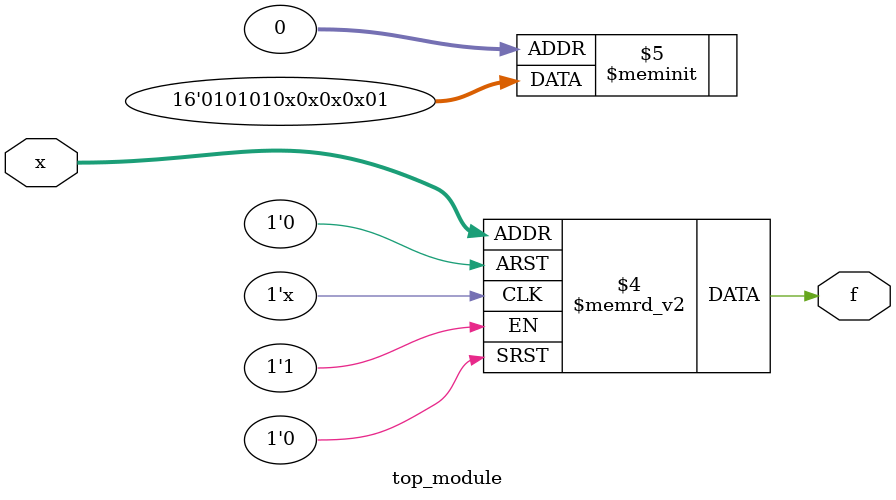
<source format=sv>
module top_module (
    input [4:1] x,
    output logic f
);

always_comb begin
    case ({x[4], x[3], x[2], x[1]})
        4'b0000, 4'b1010, 4'b1100, 4'b1110: f = 1;
        4'b0001, 4'b0011, 4'b0101, 4'b0111, 4'b1001, 4'b1011, 4'b1101, 4'b1111: f = 0;
    endcase
end

endmodule

</source>
